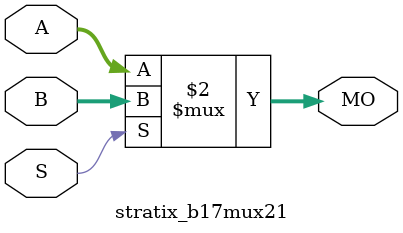
<source format=v>
module stratix_b17mux21 (MO, A, B, S);
   input [16:0] A, B;
   input 	S;
   output [16:0] MO; 
   assign MO = (S == 1) ? B : A; 
endmodule
</source>
